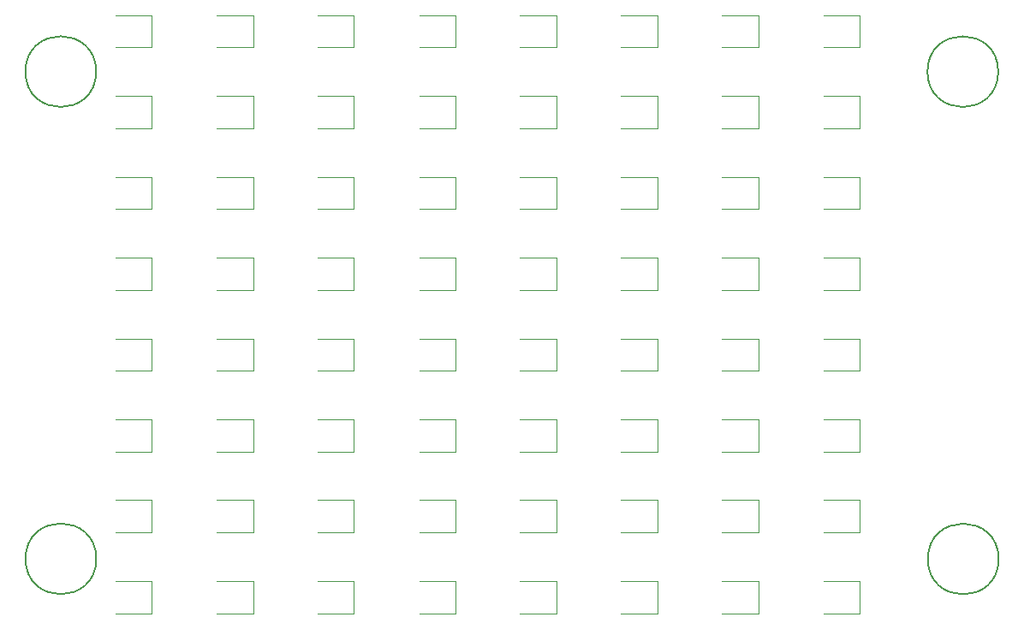
<source format=gbo>
%TF.GenerationSoftware,KiCad,Pcbnew,(6.0.5)*%
%TF.CreationDate,2022-10-16T21:39:42+03:00*%
%TF.ProjectId,LED_MATRIX,4c45445f-4d41-4545-9249-582e6b696361,rev?*%
%TF.SameCoordinates,Original*%
%TF.FileFunction,Legend,Bot*%
%TF.FilePolarity,Positive*%
%FSLAX46Y46*%
G04 Gerber Fmt 4.6, Leading zero omitted, Abs format (unit mm)*
G04 Created by KiCad (PCBNEW (6.0.5)) date 2022-10-16 21:39:42*
%MOMM*%
%LPD*%
G01*
G04 APERTURE LIST*
%ADD10C,0.200000*%
%ADD11C,0.120000*%
G04 APERTURE END LIST*
D10*
X154550000Y-63470000D02*
G75*
G03*
X154550000Y-63470000I-3500000J0D01*
G01*
X65350000Y-63470000D02*
G75*
G03*
X65350000Y-63470000I-3500000J0D01*
G01*
X154590000Y-111690000D02*
G75*
G03*
X154590000Y-111690000I-3500000J0D01*
G01*
X65360000Y-111670000D02*
G75*
G03*
X65360000Y-111670000I-3500000J0D01*
G01*
D11*
%TO.C,REF\u002A\u002A*%
X70860000Y-73870000D02*
X70860000Y-77070000D01*
X67260000Y-77070000D02*
X70860000Y-77070000D01*
X67260000Y-73870000D02*
X70860000Y-73870000D01*
X120860000Y-65870000D02*
X120860000Y-69070000D01*
X117260000Y-65870000D02*
X120860000Y-65870000D01*
X117260000Y-69070000D02*
X120860000Y-69070000D01*
X97285000Y-113870000D02*
X100885000Y-113870000D01*
X97285000Y-117070000D02*
X100885000Y-117070000D01*
X100885000Y-113870000D02*
X100885000Y-117070000D01*
X117260000Y-109070000D02*
X120860000Y-109070000D01*
X117260000Y-105870000D02*
X120860000Y-105870000D01*
X120860000Y-105870000D02*
X120860000Y-109070000D01*
X80860000Y-97870000D02*
X80860000Y-101070000D01*
X77260000Y-97870000D02*
X80860000Y-97870000D01*
X77260000Y-101070000D02*
X80860000Y-101070000D01*
X97285000Y-73870000D02*
X100885000Y-73870000D01*
X100885000Y-73870000D02*
X100885000Y-77070000D01*
X97285000Y-77070000D02*
X100885000Y-77070000D01*
X67260000Y-101070000D02*
X70860000Y-101070000D01*
X70860000Y-97870000D02*
X70860000Y-101070000D01*
X67260000Y-97870000D02*
X70860000Y-97870000D01*
X80860000Y-81870000D02*
X80860000Y-85070000D01*
X77260000Y-81870000D02*
X80860000Y-81870000D01*
X77260000Y-85070000D02*
X80860000Y-85070000D01*
X87235000Y-97870000D02*
X90835000Y-97870000D01*
X90835000Y-97870000D02*
X90835000Y-101070000D01*
X87235000Y-101070000D02*
X90835000Y-101070000D01*
X97285000Y-57870000D02*
X100885000Y-57870000D01*
X97285000Y-61070000D02*
X100885000Y-61070000D01*
X100885000Y-57870000D02*
X100885000Y-61070000D01*
X140885000Y-105870000D02*
X140885000Y-109070000D01*
X137285000Y-109070000D02*
X140885000Y-109070000D01*
X137285000Y-105870000D02*
X140885000Y-105870000D01*
X110860000Y-113870000D02*
X110860000Y-117070000D01*
X107260000Y-117070000D02*
X110860000Y-117070000D01*
X107260000Y-113870000D02*
X110860000Y-113870000D01*
X107260000Y-61070000D02*
X110860000Y-61070000D01*
X110860000Y-57870000D02*
X110860000Y-61070000D01*
X107260000Y-57870000D02*
X110860000Y-57870000D01*
X100885000Y-105870000D02*
X100885000Y-109070000D01*
X97285000Y-105870000D02*
X100885000Y-105870000D01*
X97285000Y-109070000D02*
X100885000Y-109070000D01*
X67260000Y-57870000D02*
X70860000Y-57870000D01*
X70860000Y-57870000D02*
X70860000Y-61070000D01*
X67260000Y-61070000D02*
X70860000Y-61070000D01*
X97285000Y-65870000D02*
X100885000Y-65870000D01*
X100885000Y-65870000D02*
X100885000Y-69070000D01*
X97285000Y-69070000D02*
X100885000Y-69070000D01*
X107260000Y-101070000D02*
X110860000Y-101070000D01*
X110860000Y-97870000D02*
X110860000Y-101070000D01*
X107260000Y-97870000D02*
X110860000Y-97870000D01*
X90835000Y-65870000D02*
X90835000Y-69070000D01*
X87235000Y-69070000D02*
X90835000Y-69070000D01*
X87235000Y-65870000D02*
X90835000Y-65870000D01*
X90835000Y-57870000D02*
X90835000Y-61070000D01*
X87235000Y-57870000D02*
X90835000Y-57870000D01*
X87235000Y-61070000D02*
X90835000Y-61070000D01*
X97285000Y-97870000D02*
X100885000Y-97870000D01*
X97285000Y-101070000D02*
X100885000Y-101070000D01*
X100885000Y-97870000D02*
X100885000Y-101070000D01*
X87235000Y-113870000D02*
X90835000Y-113870000D01*
X87235000Y-117070000D02*
X90835000Y-117070000D01*
X90835000Y-113870000D02*
X90835000Y-117070000D01*
X140885000Y-113870000D02*
X140885000Y-117070000D01*
X137285000Y-113870000D02*
X140885000Y-113870000D01*
X137285000Y-117070000D02*
X140885000Y-117070000D01*
X77260000Y-89870000D02*
X80860000Y-89870000D01*
X77260000Y-93070000D02*
X80860000Y-93070000D01*
X80860000Y-89870000D02*
X80860000Y-93070000D01*
X107260000Y-81870000D02*
X110860000Y-81870000D01*
X107260000Y-85070000D02*
X110860000Y-85070000D01*
X110860000Y-81870000D02*
X110860000Y-85070000D01*
X77260000Y-69070000D02*
X80860000Y-69070000D01*
X80860000Y-65870000D02*
X80860000Y-69070000D01*
X77260000Y-65870000D02*
X80860000Y-65870000D01*
X130835000Y-81870000D02*
X130835000Y-85070000D01*
X127235000Y-85070000D02*
X130835000Y-85070000D01*
X127235000Y-81870000D02*
X130835000Y-81870000D01*
X77260000Y-73870000D02*
X80860000Y-73870000D01*
X77260000Y-77070000D02*
X80860000Y-77070000D01*
X80860000Y-73870000D02*
X80860000Y-77070000D01*
X140885000Y-97870000D02*
X140885000Y-101070000D01*
X137285000Y-101070000D02*
X140885000Y-101070000D01*
X137285000Y-97870000D02*
X140885000Y-97870000D01*
X127235000Y-93070000D02*
X130835000Y-93070000D01*
X130835000Y-89870000D02*
X130835000Y-93070000D01*
X127235000Y-89870000D02*
X130835000Y-89870000D01*
X87235000Y-85070000D02*
X90835000Y-85070000D01*
X90835000Y-81870000D02*
X90835000Y-85070000D01*
X87235000Y-81870000D02*
X90835000Y-81870000D01*
X70860000Y-89870000D02*
X70860000Y-93070000D01*
X67260000Y-89870000D02*
X70860000Y-89870000D01*
X67260000Y-93070000D02*
X70860000Y-93070000D01*
X117260000Y-101070000D02*
X120860000Y-101070000D01*
X117260000Y-97870000D02*
X120860000Y-97870000D01*
X120860000Y-97870000D02*
X120860000Y-101070000D01*
X127235000Y-57870000D02*
X130835000Y-57870000D01*
X130835000Y-57870000D02*
X130835000Y-61070000D01*
X127235000Y-61070000D02*
X130835000Y-61070000D01*
X117260000Y-57870000D02*
X120860000Y-57870000D01*
X120860000Y-57870000D02*
X120860000Y-61070000D01*
X117260000Y-61070000D02*
X120860000Y-61070000D01*
X67260000Y-113870000D02*
X70860000Y-113870000D01*
X70860000Y-113870000D02*
X70860000Y-117070000D01*
X67260000Y-117070000D02*
X70860000Y-117070000D01*
X137285000Y-61070000D02*
X140885000Y-61070000D01*
X140885000Y-57870000D02*
X140885000Y-61070000D01*
X137285000Y-57870000D02*
X140885000Y-57870000D01*
X117260000Y-85070000D02*
X120860000Y-85070000D01*
X120860000Y-81870000D02*
X120860000Y-85070000D01*
X117260000Y-81870000D02*
X120860000Y-81870000D01*
X107260000Y-105870000D02*
X110860000Y-105870000D01*
X107260000Y-109070000D02*
X110860000Y-109070000D01*
X110860000Y-105870000D02*
X110860000Y-109070000D01*
X67260000Y-85070000D02*
X70860000Y-85070000D01*
X67260000Y-81870000D02*
X70860000Y-81870000D01*
X70860000Y-81870000D02*
X70860000Y-85070000D01*
X117260000Y-89870000D02*
X120860000Y-89870000D01*
X117260000Y-93070000D02*
X120860000Y-93070000D01*
X120860000Y-89870000D02*
X120860000Y-93070000D01*
X127235000Y-65870000D02*
X130835000Y-65870000D01*
X130835000Y-65870000D02*
X130835000Y-69070000D01*
X127235000Y-69070000D02*
X130835000Y-69070000D01*
X130835000Y-73870000D02*
X130835000Y-77070000D01*
X127235000Y-77070000D02*
X130835000Y-77070000D01*
X127235000Y-73870000D02*
X130835000Y-73870000D01*
X77260000Y-109070000D02*
X80860000Y-109070000D01*
X77260000Y-105870000D02*
X80860000Y-105870000D01*
X80860000Y-105870000D02*
X80860000Y-109070000D01*
X70860000Y-65870000D02*
X70860000Y-69070000D01*
X67260000Y-69070000D02*
X70860000Y-69070000D01*
X67260000Y-65870000D02*
X70860000Y-65870000D01*
X87235000Y-89870000D02*
X90835000Y-89870000D01*
X87235000Y-93070000D02*
X90835000Y-93070000D01*
X90835000Y-89870000D02*
X90835000Y-93070000D01*
X97285000Y-81870000D02*
X100885000Y-81870000D01*
X100885000Y-81870000D02*
X100885000Y-85070000D01*
X97285000Y-85070000D02*
X100885000Y-85070000D01*
X137285000Y-65870000D02*
X140885000Y-65870000D01*
X137285000Y-69070000D02*
X140885000Y-69070000D01*
X140885000Y-65870000D02*
X140885000Y-69070000D01*
X107260000Y-65870000D02*
X110860000Y-65870000D01*
X110860000Y-65870000D02*
X110860000Y-69070000D01*
X107260000Y-69070000D02*
X110860000Y-69070000D01*
X137285000Y-77070000D02*
X140885000Y-77070000D01*
X140885000Y-73870000D02*
X140885000Y-77070000D01*
X137285000Y-73870000D02*
X140885000Y-73870000D01*
X140885000Y-89870000D02*
X140885000Y-93070000D01*
X137285000Y-93070000D02*
X140885000Y-93070000D01*
X137285000Y-89870000D02*
X140885000Y-89870000D01*
X110860000Y-89870000D02*
X110860000Y-93070000D01*
X107260000Y-89870000D02*
X110860000Y-89870000D01*
X107260000Y-93070000D02*
X110860000Y-93070000D01*
X120860000Y-113870000D02*
X120860000Y-117070000D01*
X117260000Y-117070000D02*
X120860000Y-117070000D01*
X117260000Y-113870000D02*
X120860000Y-113870000D01*
X110860000Y-73870000D02*
X110860000Y-77070000D01*
X107260000Y-73870000D02*
X110860000Y-73870000D01*
X107260000Y-77070000D02*
X110860000Y-77070000D01*
X80860000Y-57870000D02*
X80860000Y-61070000D01*
X77260000Y-57870000D02*
X80860000Y-57870000D01*
X77260000Y-61070000D02*
X80860000Y-61070000D01*
X77260000Y-117070000D02*
X80860000Y-117070000D01*
X80860000Y-113870000D02*
X80860000Y-117070000D01*
X77260000Y-113870000D02*
X80860000Y-113870000D01*
X127235000Y-105870000D02*
X130835000Y-105870000D01*
X127235000Y-109070000D02*
X130835000Y-109070000D01*
X130835000Y-105870000D02*
X130835000Y-109070000D01*
X100885000Y-89870000D02*
X100885000Y-93070000D01*
X97285000Y-93070000D02*
X100885000Y-93070000D01*
X97285000Y-89870000D02*
X100885000Y-89870000D01*
X127235000Y-113870000D02*
X130835000Y-113870000D01*
X130835000Y-113870000D02*
X130835000Y-117070000D01*
X127235000Y-117070000D02*
X130835000Y-117070000D01*
X67260000Y-105870000D02*
X70860000Y-105870000D01*
X67260000Y-109070000D02*
X70860000Y-109070000D01*
X70860000Y-105870000D02*
X70860000Y-109070000D01*
X87235000Y-77070000D02*
X90835000Y-77070000D01*
X90835000Y-73870000D02*
X90835000Y-77070000D01*
X87235000Y-73870000D02*
X90835000Y-73870000D01*
X117260000Y-77070000D02*
X120860000Y-77070000D01*
X120860000Y-73870000D02*
X120860000Y-77070000D01*
X117260000Y-73870000D02*
X120860000Y-73870000D01*
X127235000Y-97870000D02*
X130835000Y-97870000D01*
X127235000Y-101070000D02*
X130835000Y-101070000D01*
X130835000Y-97870000D02*
X130835000Y-101070000D01*
X87235000Y-105870000D02*
X90835000Y-105870000D01*
X87235000Y-109070000D02*
X90835000Y-109070000D01*
X90835000Y-105870000D02*
X90835000Y-109070000D01*
X137285000Y-81870000D02*
X140885000Y-81870000D01*
X137285000Y-85070000D02*
X140885000Y-85070000D01*
X140885000Y-81870000D02*
X140885000Y-85070000D01*
%TD*%
M02*

</source>
